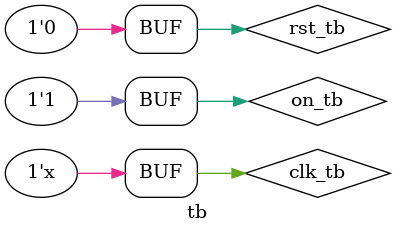
<source format=v>
`timescale 1ns / 1ps


module tb(

    );
    
    reg clk_tb=0, rst_tb=0, on_tb=0;
    wire [2:0]light1_tb;
    wire [1:0]light2_tb;
    wire led_tb;
    
    traffic_controler t_c_tb(.clk(clk_tb), .rst(rst_tb), .on(on_tb), .light1(light1_tb), .light2(light2_tb));
    
    always #5 clk_tb<=~clk_tb;
    
    initial begin
        #20; on_tb<=1;

    end
    
endmodule

</source>
